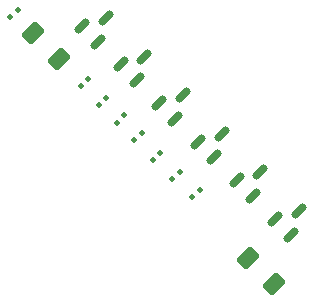
<source format=gbr>
%TF.GenerationSoftware,KiCad,Pcbnew,9.0.2*%
%TF.CreationDate,2025-07-19T22:24:43-05:00*%
%TF.ProjectId,XDS110 onboard prog breakout,58445331-3130-4206-9f6e-626f61726420,rev?*%
%TF.SameCoordinates,Original*%
%TF.FileFunction,Paste,Top*%
%TF.FilePolarity,Positive*%
%FSLAX46Y46*%
G04 Gerber Fmt 4.6, Leading zero omitted, Abs format (unit mm)*
G04 Created by KiCad (PCBNEW 9.0.2) date 2025-07-19 22:24:43*
%MOMM*%
%LPD*%
G01*
G04 APERTURE LIST*
G04 Aperture macros list*
%AMRoundRect*
0 Rectangle with rounded corners*
0 $1 Rounding radius*
0 $2 $3 $4 $5 $6 $7 $8 $9 X,Y pos of 4 corners*
0 Add a 4 corners polygon primitive as box body*
4,1,4,$2,$3,$4,$5,$6,$7,$8,$9,$2,$3,0*
0 Add four circle primitives for the rounded corners*
1,1,$1+$1,$2,$3*
1,1,$1+$1,$4,$5*
1,1,$1+$1,$6,$7*
1,1,$1+$1,$8,$9*
0 Add four rect primitives between the rounded corners*
20,1,$1+$1,$2,$3,$4,$5,0*
20,1,$1+$1,$4,$5,$6,$7,0*
20,1,$1+$1,$6,$7,$8,$9,0*
20,1,$1+$1,$8,$9,$2,$3,0*%
G04 Aperture macros list end*
%ADD10RoundRect,0.250000X-0.724784X-0.159099X-0.159099X-0.724784X0.724784X0.159099X0.159099X0.724784X0*%
%ADD11RoundRect,0.250000X0.724784X0.159099X0.159099X0.724784X-0.724784X-0.159099X-0.159099X-0.724784X0*%
%ADD12RoundRect,0.090000X-0.034648X-0.161927X0.161927X0.034648X0.034648X0.161927X-0.161927X-0.034648X0*%
%ADD13RoundRect,0.150000X-0.309359X-0.521491X0.521491X0.309359X0.309359X0.521491X-0.521491X-0.309359X0*%
G04 APERTURE END LIST*
D10*
%TO.C,R1*%
X101903984Y-103503984D03*
X104096016Y-105696016D03*
%TD*%
D11*
%TO.C,R12*%
X122296016Y-124796016D03*
X120103984Y-122603984D03*
%TD*%
D12*
%TO.C,D7*%
X110482276Y-112617724D03*
X111093924Y-112006076D03*
%TD*%
D13*
%TO.C,Q6*%
X106063436Y-102903761D03*
X107406939Y-104247264D03*
X108061013Y-102249687D03*
%TD*%
D12*
%TO.C,D8*%
X112075576Y-114298824D03*
X112687224Y-113687176D03*
%TD*%
%TO.C,D1*%
X115388376Y-117411624D03*
X116000024Y-116799976D03*
%TD*%
D13*
%TO.C,Q2*%
X119144936Y-115985261D03*
X120488439Y-117328764D03*
X121142513Y-115331187D03*
%TD*%
%TO.C,Q3*%
X115874536Y-112714861D03*
X117218039Y-114058364D03*
X117872113Y-112060787D03*
%TD*%
%TO.C,Q4*%
X112604236Y-109444461D03*
X113947739Y-110787964D03*
X114601813Y-108790387D03*
%TD*%
%TO.C,Q1*%
X122415336Y-119255561D03*
X123758839Y-120599064D03*
X124412913Y-118601487D03*
%TD*%
D12*
%TO.C,D5*%
X107494176Y-109605824D03*
X108105824Y-108994176D03*
%TD*%
%TO.C,D3*%
X113694176Y-115905824D03*
X114305824Y-115294176D03*
%TD*%
%TO.C,D4*%
X105982276Y-108017724D03*
X106593924Y-107406076D03*
%TD*%
D13*
%TO.C,Q5*%
X109333836Y-106174161D03*
X110677339Y-107517664D03*
X111331413Y-105520087D03*
%TD*%
D12*
%TO.C,D2*%
X99994176Y-102205824D03*
X100605824Y-101594176D03*
%TD*%
%TO.C,D6*%
X108994176Y-111105824D03*
X109605824Y-110494176D03*
%TD*%
M02*

</source>
